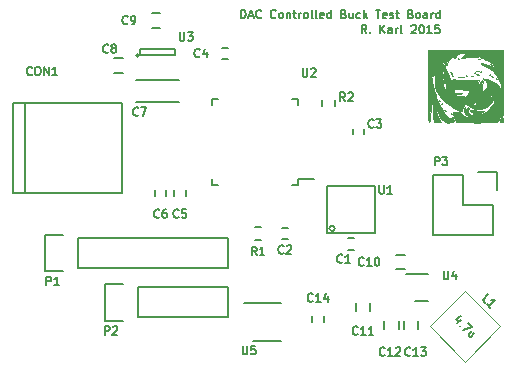
<source format=gto>
G04 #@! TF.FileFunction,Legend,Top*
%FSLAX46Y46*%
G04 Gerber Fmt 4.6, Leading zero omitted, Abs format (unit mm)*
G04 Created by KiCad (PCBNEW (after 2015-mar-04 BZR unknown)-product) date Sat 21 Nov 2015 03:19:33 PM EST*
%MOMM*%
G01*
G04 APERTURE LIST*
%ADD10C,0.150000*%
%ADD11C,0.100000*%
%ADD12C,0.002540*%
G04 APERTURE END LIST*
D10*
X174281667Y-80961667D02*
X174048333Y-80628333D01*
X173881667Y-80961667D02*
X173881667Y-80261667D01*
X174148333Y-80261667D01*
X174215000Y-80295000D01*
X174248333Y-80328333D01*
X174281667Y-80395000D01*
X174281667Y-80495000D01*
X174248333Y-80561667D01*
X174215000Y-80595000D01*
X174148333Y-80628333D01*
X173881667Y-80628333D01*
X174581667Y-80895000D02*
X174615000Y-80928333D01*
X174581667Y-80961667D01*
X174548333Y-80928333D01*
X174581667Y-80895000D01*
X174581667Y-80961667D01*
X175448333Y-80961667D02*
X175448333Y-80261667D01*
X175848333Y-80961667D02*
X175548333Y-80561667D01*
X175848333Y-80261667D02*
X175448333Y-80661667D01*
X176448333Y-80961667D02*
X176448333Y-80595000D01*
X176414999Y-80528333D01*
X176348333Y-80495000D01*
X176214999Y-80495000D01*
X176148333Y-80528333D01*
X176448333Y-80928333D02*
X176381666Y-80961667D01*
X176214999Y-80961667D01*
X176148333Y-80928333D01*
X176114999Y-80861667D01*
X176114999Y-80795000D01*
X176148333Y-80728333D01*
X176214999Y-80695000D01*
X176381666Y-80695000D01*
X176448333Y-80661667D01*
X176781666Y-80961667D02*
X176781666Y-80495000D01*
X176781666Y-80628333D02*
X176814999Y-80561667D01*
X176848332Y-80528333D01*
X176914999Y-80495000D01*
X176981666Y-80495000D01*
X177314999Y-80961667D02*
X177248332Y-80928333D01*
X177214999Y-80861667D01*
X177214999Y-80261667D01*
X178081665Y-80328333D02*
X178114999Y-80295000D01*
X178181665Y-80261667D01*
X178348332Y-80261667D01*
X178414999Y-80295000D01*
X178448332Y-80328333D01*
X178481665Y-80395000D01*
X178481665Y-80461667D01*
X178448332Y-80561667D01*
X178048332Y-80961667D01*
X178481665Y-80961667D01*
X178914999Y-80261667D02*
X178981666Y-80261667D01*
X179048332Y-80295000D01*
X179081666Y-80328333D01*
X179114999Y-80395000D01*
X179148332Y-80528333D01*
X179148332Y-80695000D01*
X179114999Y-80828333D01*
X179081666Y-80895000D01*
X179048332Y-80928333D01*
X178981666Y-80961667D01*
X178914999Y-80961667D01*
X178848332Y-80928333D01*
X178814999Y-80895000D01*
X178781666Y-80828333D01*
X178748332Y-80695000D01*
X178748332Y-80528333D01*
X178781666Y-80395000D01*
X178814999Y-80328333D01*
X178848332Y-80295000D01*
X178914999Y-80261667D01*
X179814999Y-80961667D02*
X179414999Y-80961667D01*
X179614999Y-80961667D02*
X179614999Y-80261667D01*
X179548333Y-80361667D01*
X179481666Y-80428333D01*
X179414999Y-80461667D01*
X180448333Y-80261667D02*
X180115000Y-80261667D01*
X180081666Y-80595000D01*
X180115000Y-80561667D01*
X180181666Y-80528333D01*
X180348333Y-80528333D01*
X180415000Y-80561667D01*
X180448333Y-80595000D01*
X180481666Y-80661667D01*
X180481666Y-80828333D01*
X180448333Y-80895000D01*
X180415000Y-80928333D01*
X180348333Y-80961667D01*
X180181666Y-80961667D01*
X180115000Y-80928333D01*
X180081666Y-80895000D01*
X163668336Y-79691667D02*
X163668336Y-78991667D01*
X163835002Y-78991667D01*
X163935002Y-79025000D01*
X164001669Y-79091667D01*
X164035002Y-79158333D01*
X164068336Y-79291667D01*
X164068336Y-79391667D01*
X164035002Y-79525000D01*
X164001669Y-79591667D01*
X163935002Y-79658333D01*
X163835002Y-79691667D01*
X163668336Y-79691667D01*
X164335002Y-79491667D02*
X164668336Y-79491667D01*
X164268336Y-79691667D02*
X164501669Y-78991667D01*
X164735002Y-79691667D01*
X165368336Y-79625000D02*
X165335002Y-79658333D01*
X165235002Y-79691667D01*
X165168336Y-79691667D01*
X165068336Y-79658333D01*
X165001669Y-79591667D01*
X164968336Y-79525000D01*
X164935002Y-79391667D01*
X164935002Y-79291667D01*
X164968336Y-79158333D01*
X165001669Y-79091667D01*
X165068336Y-79025000D01*
X165168336Y-78991667D01*
X165235002Y-78991667D01*
X165335002Y-79025000D01*
X165368336Y-79058333D01*
X166601669Y-79625000D02*
X166568335Y-79658333D01*
X166468335Y-79691667D01*
X166401669Y-79691667D01*
X166301669Y-79658333D01*
X166235002Y-79591667D01*
X166201669Y-79525000D01*
X166168335Y-79391667D01*
X166168335Y-79291667D01*
X166201669Y-79158333D01*
X166235002Y-79091667D01*
X166301669Y-79025000D01*
X166401669Y-78991667D01*
X166468335Y-78991667D01*
X166568335Y-79025000D01*
X166601669Y-79058333D01*
X167001669Y-79691667D02*
X166935002Y-79658333D01*
X166901669Y-79625000D01*
X166868335Y-79558333D01*
X166868335Y-79358333D01*
X166901669Y-79291667D01*
X166935002Y-79258333D01*
X167001669Y-79225000D01*
X167101669Y-79225000D01*
X167168335Y-79258333D01*
X167201669Y-79291667D01*
X167235002Y-79358333D01*
X167235002Y-79558333D01*
X167201669Y-79625000D01*
X167168335Y-79658333D01*
X167101669Y-79691667D01*
X167001669Y-79691667D01*
X167535002Y-79225000D02*
X167535002Y-79691667D01*
X167535002Y-79291667D02*
X167568335Y-79258333D01*
X167635002Y-79225000D01*
X167735002Y-79225000D01*
X167801668Y-79258333D01*
X167835002Y-79325000D01*
X167835002Y-79691667D01*
X168068335Y-79225000D02*
X168335001Y-79225000D01*
X168168335Y-78991667D02*
X168168335Y-79591667D01*
X168201668Y-79658333D01*
X168268335Y-79691667D01*
X168335001Y-79691667D01*
X168568335Y-79691667D02*
X168568335Y-79225000D01*
X168568335Y-79358333D02*
X168601668Y-79291667D01*
X168635001Y-79258333D01*
X168701668Y-79225000D01*
X168768335Y-79225000D01*
X169101668Y-79691667D02*
X169035001Y-79658333D01*
X169001668Y-79625000D01*
X168968334Y-79558333D01*
X168968334Y-79358333D01*
X169001668Y-79291667D01*
X169035001Y-79258333D01*
X169101668Y-79225000D01*
X169201668Y-79225000D01*
X169268334Y-79258333D01*
X169301668Y-79291667D01*
X169335001Y-79358333D01*
X169335001Y-79558333D01*
X169301668Y-79625000D01*
X169268334Y-79658333D01*
X169201668Y-79691667D01*
X169101668Y-79691667D01*
X169735001Y-79691667D02*
X169668334Y-79658333D01*
X169635001Y-79591667D01*
X169635001Y-78991667D01*
X170101668Y-79691667D02*
X170035001Y-79658333D01*
X170001668Y-79591667D01*
X170001668Y-78991667D01*
X170635001Y-79658333D02*
X170568335Y-79691667D01*
X170435001Y-79691667D01*
X170368335Y-79658333D01*
X170335001Y-79591667D01*
X170335001Y-79325000D01*
X170368335Y-79258333D01*
X170435001Y-79225000D01*
X170568335Y-79225000D01*
X170635001Y-79258333D01*
X170668335Y-79325000D01*
X170668335Y-79391667D01*
X170335001Y-79458333D01*
X171268335Y-79691667D02*
X171268335Y-78991667D01*
X171268335Y-79658333D02*
X171201668Y-79691667D01*
X171068335Y-79691667D01*
X171001668Y-79658333D01*
X170968335Y-79625000D01*
X170935001Y-79558333D01*
X170935001Y-79358333D01*
X170968335Y-79291667D01*
X171001668Y-79258333D01*
X171068335Y-79225000D01*
X171201668Y-79225000D01*
X171268335Y-79258333D01*
X172368334Y-79325000D02*
X172468334Y-79358333D01*
X172501667Y-79391667D01*
X172535001Y-79458333D01*
X172535001Y-79558333D01*
X172501667Y-79625000D01*
X172468334Y-79658333D01*
X172401667Y-79691667D01*
X172135001Y-79691667D01*
X172135001Y-78991667D01*
X172368334Y-78991667D01*
X172435001Y-79025000D01*
X172468334Y-79058333D01*
X172501667Y-79125000D01*
X172501667Y-79191667D01*
X172468334Y-79258333D01*
X172435001Y-79291667D01*
X172368334Y-79325000D01*
X172135001Y-79325000D01*
X173135001Y-79225000D02*
X173135001Y-79691667D01*
X172835001Y-79225000D02*
X172835001Y-79591667D01*
X172868334Y-79658333D01*
X172935001Y-79691667D01*
X173035001Y-79691667D01*
X173101667Y-79658333D01*
X173135001Y-79625000D01*
X173768334Y-79658333D02*
X173701667Y-79691667D01*
X173568334Y-79691667D01*
X173501667Y-79658333D01*
X173468334Y-79625000D01*
X173435000Y-79558333D01*
X173435000Y-79358333D01*
X173468334Y-79291667D01*
X173501667Y-79258333D01*
X173568334Y-79225000D01*
X173701667Y-79225000D01*
X173768334Y-79258333D01*
X174068334Y-79691667D02*
X174068334Y-78991667D01*
X174135000Y-79425000D02*
X174335000Y-79691667D01*
X174335000Y-79225000D02*
X174068334Y-79491667D01*
X175068334Y-78991667D02*
X175468334Y-78991667D01*
X175268334Y-79691667D02*
X175268334Y-78991667D01*
X175968333Y-79658333D02*
X175901667Y-79691667D01*
X175768333Y-79691667D01*
X175701667Y-79658333D01*
X175668333Y-79591667D01*
X175668333Y-79325000D01*
X175701667Y-79258333D01*
X175768333Y-79225000D01*
X175901667Y-79225000D01*
X175968333Y-79258333D01*
X176001667Y-79325000D01*
X176001667Y-79391667D01*
X175668333Y-79458333D01*
X176268333Y-79658333D02*
X176335000Y-79691667D01*
X176468333Y-79691667D01*
X176535000Y-79658333D01*
X176568333Y-79591667D01*
X176568333Y-79558333D01*
X176535000Y-79491667D01*
X176468333Y-79458333D01*
X176368333Y-79458333D01*
X176301667Y-79425000D01*
X176268333Y-79358333D01*
X176268333Y-79325000D01*
X176301667Y-79258333D01*
X176368333Y-79225000D01*
X176468333Y-79225000D01*
X176535000Y-79258333D01*
X176768334Y-79225000D02*
X177035000Y-79225000D01*
X176868334Y-78991667D02*
X176868334Y-79591667D01*
X176901667Y-79658333D01*
X176968334Y-79691667D01*
X177035000Y-79691667D01*
X178035000Y-79325000D02*
X178135000Y-79358333D01*
X178168333Y-79391667D01*
X178201667Y-79458333D01*
X178201667Y-79558333D01*
X178168333Y-79625000D01*
X178135000Y-79658333D01*
X178068333Y-79691667D01*
X177801667Y-79691667D01*
X177801667Y-78991667D01*
X178035000Y-78991667D01*
X178101667Y-79025000D01*
X178135000Y-79058333D01*
X178168333Y-79125000D01*
X178168333Y-79191667D01*
X178135000Y-79258333D01*
X178101667Y-79291667D01*
X178035000Y-79325000D01*
X177801667Y-79325000D01*
X178601667Y-79691667D02*
X178535000Y-79658333D01*
X178501667Y-79625000D01*
X178468333Y-79558333D01*
X178468333Y-79358333D01*
X178501667Y-79291667D01*
X178535000Y-79258333D01*
X178601667Y-79225000D01*
X178701667Y-79225000D01*
X178768333Y-79258333D01*
X178801667Y-79291667D01*
X178835000Y-79358333D01*
X178835000Y-79558333D01*
X178801667Y-79625000D01*
X178768333Y-79658333D01*
X178701667Y-79691667D01*
X178601667Y-79691667D01*
X179435000Y-79691667D02*
X179435000Y-79325000D01*
X179401666Y-79258333D01*
X179335000Y-79225000D01*
X179201666Y-79225000D01*
X179135000Y-79258333D01*
X179435000Y-79658333D02*
X179368333Y-79691667D01*
X179201666Y-79691667D01*
X179135000Y-79658333D01*
X179101666Y-79591667D01*
X179101666Y-79525000D01*
X179135000Y-79458333D01*
X179201666Y-79425000D01*
X179368333Y-79425000D01*
X179435000Y-79391667D01*
X179768333Y-79691667D02*
X179768333Y-79225000D01*
X179768333Y-79358333D02*
X179801666Y-79291667D01*
X179834999Y-79258333D01*
X179901666Y-79225000D01*
X179968333Y-79225000D01*
X180501666Y-79691667D02*
X180501666Y-78991667D01*
X180501666Y-79658333D02*
X180434999Y-79691667D01*
X180301666Y-79691667D01*
X180234999Y-79658333D01*
X180201666Y-79625000D01*
X180168332Y-79558333D01*
X180168332Y-79358333D01*
X180201666Y-79291667D01*
X180234999Y-79258333D01*
X180301666Y-79225000D01*
X180434999Y-79225000D01*
X180501666Y-79258333D01*
X145371820Y-86827360D02*
X145371820Y-94528640D01*
X144371060Y-86827360D02*
X144371060Y-94528640D01*
X144371060Y-94528640D02*
X153570940Y-94528640D01*
X153570940Y-94528640D02*
X153570940Y-86827360D01*
X153570940Y-86827360D02*
X144371060Y-86827360D01*
X173224000Y-98331000D02*
X172724000Y-98331000D01*
X172724000Y-99281000D02*
X173224000Y-99281000D01*
X167136000Y-98392000D02*
X167636000Y-98392000D01*
X167636000Y-97442000D02*
X167136000Y-97442000D01*
X174084000Y-89531000D02*
X174084000Y-89031000D01*
X173134000Y-89031000D02*
X173134000Y-89531000D01*
X162556000Y-82202000D02*
X162056000Y-82202000D01*
X162056000Y-83152000D02*
X162556000Y-83152000D01*
X158021000Y-94238000D02*
X158021000Y-94738000D01*
X158971000Y-94738000D02*
X158971000Y-94238000D01*
X156370000Y-94238000D02*
X156370000Y-94738000D01*
X157320000Y-94738000D02*
X157320000Y-94238000D01*
X158445000Y-86752000D02*
X154745000Y-86752000D01*
X158445000Y-84952000D02*
X154745000Y-84952000D01*
X153639000Y-84293000D02*
X152939000Y-84293000D01*
X152939000Y-83093000D02*
X153639000Y-83093000D01*
X156114000Y-79283000D02*
X156814000Y-79283000D01*
X156814000Y-80483000D02*
X156114000Y-80483000D01*
X149860000Y-98298000D02*
X162560000Y-98298000D01*
X162560000Y-98298000D02*
X162560000Y-100838000D01*
X162560000Y-100838000D02*
X149860000Y-100838000D01*
X147040000Y-98018000D02*
X148590000Y-98018000D01*
X149860000Y-98298000D02*
X149860000Y-100838000D01*
X148590000Y-101118000D02*
X147040000Y-101118000D01*
X147040000Y-101118000D02*
X147040000Y-98018000D01*
X165350000Y-97392000D02*
X164850000Y-97392000D01*
X164850000Y-98442000D02*
X165350000Y-98442000D01*
X171597607Y-97485000D02*
G75*
G03X171597607Y-97485000I-223607J0D01*
G01*
X170974000Y-93885000D02*
X170974000Y-97885000D01*
X170974000Y-97885000D02*
X174974000Y-97885000D01*
X174974000Y-97885000D02*
X174974000Y-93885000D01*
X174974000Y-93885000D02*
X170974000Y-93885000D01*
X168471000Y-93795000D02*
X168471000Y-93270000D01*
X161221000Y-93795000D02*
X161221000Y-93270000D01*
X161221000Y-86545000D02*
X161221000Y-87070000D01*
X168471000Y-86545000D02*
X168471000Y-87070000D01*
X168471000Y-93795000D02*
X167946000Y-93795000D01*
X168471000Y-86545000D02*
X167946000Y-86545000D01*
X161221000Y-86545000D02*
X161746000Y-86545000D01*
X161221000Y-93795000D02*
X161746000Y-93795000D01*
X168471000Y-93270000D02*
X169846000Y-93270000D01*
X154991000Y-82850000D02*
G75*
G03X154991000Y-82850000I-100000J0D01*
G01*
X155141000Y-82300000D02*
X155141000Y-82800000D01*
X158041000Y-82300000D02*
X155141000Y-82300000D01*
X158041000Y-82800000D02*
X158041000Y-82300000D01*
X155141000Y-82800000D02*
X158041000Y-82800000D01*
X176815000Y-99730000D02*
X177515000Y-99730000D01*
X177515000Y-100930000D02*
X176815000Y-100930000D01*
X174590000Y-103790000D02*
X174590000Y-104490000D01*
X173390000Y-104490000D02*
X173390000Y-103790000D01*
X175803000Y-106014000D02*
X175803000Y-105314000D01*
X177003000Y-105314000D02*
X177003000Y-106014000D01*
X177454000Y-106014000D02*
X177454000Y-105314000D01*
X178654000Y-105314000D02*
X178654000Y-106014000D01*
X170655000Y-105406000D02*
X170655000Y-104906000D01*
X169705000Y-104906000D02*
X169705000Y-105406000D01*
D11*
X179656152Y-105791000D02*
X182626000Y-108760848D01*
X182626000Y-108760848D02*
X185595848Y-105791000D01*
X185595848Y-105791000D02*
X182626000Y-102821152D01*
X182626000Y-102821152D02*
X179656152Y-105791000D01*
D10*
X154940000Y-105029000D02*
X162560000Y-105029000D01*
X154940000Y-102489000D02*
X162560000Y-102489000D01*
X152120000Y-102209000D02*
X153670000Y-102209000D01*
X162560000Y-105029000D02*
X162560000Y-102489000D01*
X154940000Y-102489000D02*
X154940000Y-105029000D01*
X153670000Y-105309000D02*
X152120000Y-105309000D01*
X152120000Y-105309000D02*
X152120000Y-102209000D01*
X170544000Y-86618000D02*
X170544000Y-87118000D01*
X171594000Y-87118000D02*
X171594000Y-86618000D01*
X178368000Y-103614000D02*
X179518000Y-103614000D01*
X177593000Y-101364000D02*
X179518000Y-101364000D01*
X164637000Y-107060000D02*
X167087000Y-107060000D01*
X163912000Y-103760000D02*
X167087000Y-103760000D01*
X183769000Y-92684000D02*
X185319000Y-92684000D01*
X185319000Y-94234000D02*
X185319000Y-92684000D01*
X182499000Y-92964000D02*
X182499000Y-95504000D01*
X182499000Y-95504000D02*
X185039000Y-95504000D01*
X185039000Y-95504000D02*
X185039000Y-98044000D01*
X185039000Y-98044000D02*
X179959000Y-98044000D01*
X179959000Y-98044000D02*
X179959000Y-92964000D01*
X179959000Y-92964000D02*
X182499000Y-92964000D01*
D12*
G36*
X185844180Y-87858600D02*
X185582560Y-88188800D01*
X185320940Y-88519000D01*
X184650380Y-88519000D01*
X184337960Y-88508840D01*
X184101740Y-88488520D01*
X183987440Y-88458040D01*
X183979820Y-88450420D01*
X183934100Y-88336120D01*
X183852820Y-88216740D01*
X183812180Y-88165940D01*
X183812180Y-87967820D01*
X183769000Y-87924640D01*
X183725820Y-87967820D01*
X183769000Y-88011000D01*
X183812180Y-87967820D01*
X183812180Y-88165940D01*
X183769000Y-88115140D01*
X183761380Y-88145620D01*
X183809640Y-88287860D01*
X183893460Y-88524080D01*
X182872380Y-88498680D01*
X181851300Y-88475820D01*
X181691280Y-88023700D01*
X181607460Y-87769700D01*
X181584600Y-87640160D01*
X181620160Y-87609680D01*
X181663340Y-87619840D01*
X181836060Y-87655400D01*
X182072280Y-87670640D01*
X182077360Y-87670640D01*
X182300880Y-87703660D01*
X182407560Y-87820500D01*
X182412640Y-87835740D01*
X182539640Y-88011000D01*
X182737760Y-88061800D01*
X182951120Y-87975440D01*
X182979060Y-87955120D01*
X183134000Y-87858600D01*
X183354980Y-87820500D01*
X183629300Y-87823040D01*
X184071260Y-87790020D01*
X184426860Y-87655400D01*
X184673240Y-87426800D01*
X184736740Y-87302340D01*
X184845960Y-87127080D01*
X184947560Y-87050880D01*
X185054240Y-86931500D01*
X185072020Y-86728300D01*
X185000900Y-86504780D01*
X184957720Y-86438740D01*
X184856120Y-86220300D01*
X184828180Y-86062820D01*
X184792620Y-85844380D01*
X184736740Y-85725000D01*
X184691020Y-85686900D01*
X184688480Y-85798660D01*
X184708800Y-85935820D01*
X184739280Y-86144100D01*
X184718960Y-86217760D01*
X184645300Y-86189820D01*
X184612280Y-86177120D01*
X184693560Y-86255860D01*
X184716420Y-86276180D01*
X184891680Y-86512400D01*
X184899300Y-86753700D01*
X184807860Y-86893400D01*
X184807860Y-86525100D01*
X184797700Y-86514940D01*
X184749440Y-86525100D01*
X184741820Y-86570820D01*
X184772300Y-86639400D01*
X184797700Y-86626700D01*
X184807860Y-86525100D01*
X184807860Y-86893400D01*
X184741820Y-86995000D01*
X184558940Y-87139780D01*
X184231280Y-87294720D01*
X183865520Y-87370920D01*
X183642000Y-87368380D01*
X183642000Y-87205820D01*
X183642000Y-86913720D01*
X183570880Y-86840060D01*
X183471820Y-86824820D01*
X183324500Y-86868000D01*
X183321960Y-86974680D01*
X183365140Y-87028020D01*
X183441340Y-87028020D01*
X183456580Y-86997540D01*
X183535320Y-86944200D01*
X183563260Y-86956900D01*
X183636920Y-86941660D01*
X183642000Y-86913720D01*
X183642000Y-87205820D01*
X183598820Y-87162640D01*
X183558180Y-87205820D01*
X183598820Y-87249000D01*
X183642000Y-87205820D01*
X183642000Y-87368380D01*
X183512460Y-87368380D01*
X183233060Y-87282020D01*
X183159400Y-87228680D01*
X182979060Y-87109300D01*
X182979060Y-85935820D01*
X182976520Y-85852000D01*
X182874920Y-85806280D01*
X182852060Y-85801200D01*
X182613300Y-85750400D01*
X182323740Y-85712300D01*
X182021480Y-85684360D01*
X181752240Y-85674200D01*
X181556660Y-85681820D01*
X181477920Y-85709760D01*
X181477920Y-85717380D01*
X181604920Y-85801200D01*
X181653180Y-85808820D01*
X181737000Y-85864700D01*
X181731920Y-85915500D01*
X181752240Y-85984080D01*
X181897020Y-86001860D01*
X182031640Y-85991700D01*
X182275480Y-85991700D01*
X182369460Y-86050120D01*
X182372000Y-86062820D01*
X182300880Y-86131400D01*
X182130700Y-86121240D01*
X181945280Y-86111080D01*
X181891940Y-86182200D01*
X181955440Y-86258400D01*
X182031640Y-86255860D01*
X182206900Y-86253320D01*
X182443120Y-86291420D01*
X182463440Y-86296500D01*
X182664100Y-86334600D01*
X182783480Y-86283800D01*
X182892700Y-86113620D01*
X182892700Y-86111080D01*
X182979060Y-85935820D01*
X182979060Y-87109300D01*
X182890160Y-87053420D01*
X182608220Y-86974680D01*
X182415180Y-87000080D01*
X182295800Y-87050880D01*
X182333900Y-87068660D01*
X182410100Y-87071200D01*
X182519320Y-87096600D01*
X182476140Y-87177880D01*
X182473600Y-87180420D01*
X182384700Y-87350600D01*
X182372000Y-87434420D01*
X182354220Y-87561420D01*
X182331360Y-87586820D01*
X182189120Y-87548720D01*
X181965600Y-87449660D01*
X181711600Y-87320120D01*
X181485540Y-87188040D01*
X181333140Y-87078820D01*
X181302660Y-87040720D01*
X181206140Y-86926420D01*
X181152800Y-86908640D01*
X181015640Y-86842600D01*
X180997860Y-86824820D01*
X180997860Y-85267800D01*
X180992780Y-84818220D01*
X180944520Y-84477860D01*
X180858160Y-84264500D01*
X180754020Y-84201000D01*
X180700680Y-84259420D01*
X180685440Y-84447380D01*
X180705760Y-84729320D01*
X180743860Y-85021420D01*
X180797200Y-85331300D01*
X180858160Y-85608160D01*
X180914040Y-85811360D01*
X180957220Y-85892640D01*
X180967380Y-85816440D01*
X180982620Y-85610700D01*
X180995320Y-85318600D01*
X180997860Y-85267800D01*
X180997860Y-86824820D01*
X180822600Y-86672420D01*
X180609240Y-86436200D01*
X180406040Y-86174580D01*
X180251100Y-85923120D01*
X180207920Y-85826600D01*
X180124100Y-85471000D01*
X180098700Y-85023960D01*
X180124100Y-84538820D01*
X180200300Y-84066380D01*
X180317140Y-83662520D01*
X180449220Y-83403440D01*
X180512720Y-83339940D01*
X180578760Y-83350100D01*
X180675280Y-83454240D01*
X180817520Y-83672680D01*
X180929280Y-83858100D01*
X181122320Y-84208620D01*
X181287420Y-84569300D01*
X181396640Y-84871560D01*
X181404260Y-84904580D01*
X181465220Y-85138260D01*
X181498240Y-85219540D01*
X181513480Y-85161120D01*
X181518560Y-85064600D01*
X181533800Y-84881720D01*
X181589680Y-84833460D01*
X181688740Y-84874100D01*
X181851300Y-84912200D01*
X182153560Y-84929980D01*
X182565040Y-84932520D01*
X182829200Y-84924900D01*
X183804560Y-84889340D01*
X183753760Y-85135720D01*
X183733440Y-85328760D01*
X183769000Y-85369400D01*
X183862980Y-85255100D01*
X183984900Y-85039200D01*
X184114440Y-84808060D01*
X184183020Y-84736940D01*
X184195720Y-84825840D01*
X184150000Y-85074760D01*
X184147460Y-85090000D01*
X184094120Y-85369400D01*
X184068720Y-85620860D01*
X184066180Y-85651340D01*
X184078880Y-85806280D01*
X184155080Y-85829140D01*
X184277000Y-85778340D01*
X184426860Y-85666580D01*
X184482740Y-85483700D01*
X184487820Y-85382100D01*
X184459880Y-85150960D01*
X184396380Y-84988400D01*
X184386220Y-84978240D01*
X184327800Y-84886800D01*
X184343040Y-84866480D01*
X184520840Y-84851240D01*
X184691020Y-84891880D01*
X184917080Y-85003640D01*
X184995820Y-85049360D01*
X185237120Y-85211920D01*
X185417460Y-85382100D01*
X185470800Y-85455760D01*
X185585100Y-85651340D01*
X185646060Y-85686900D01*
X185658760Y-85559900D01*
X185638440Y-85384640D01*
X185511440Y-84950300D01*
X185285380Y-84528660D01*
X184990740Y-84157820D01*
X184658000Y-83880960D01*
X184325260Y-83736180D01*
X184109360Y-83657440D01*
X183992520Y-83558380D01*
X184002680Y-83472020D01*
X184096660Y-83482180D01*
X184294780Y-83548220D01*
X184533540Y-83647280D01*
X184790080Y-83753960D01*
X184978040Y-83820000D01*
X185054240Y-83832700D01*
X185056780Y-83731100D01*
X184993280Y-83599020D01*
X184904380Y-83522820D01*
X184896760Y-83522820D01*
X184858660Y-83576160D01*
X184876440Y-83619340D01*
X184886600Y-83677760D01*
X184838340Y-83657440D01*
X184777380Y-83555840D01*
X184787540Y-83517740D01*
X184754520Y-83433920D01*
X184617360Y-83314540D01*
X184431940Y-83197700D01*
X184246520Y-83116420D01*
X184155080Y-83098640D01*
X184005220Y-83047840D01*
X183865520Y-82951320D01*
X183812180Y-82910680D01*
X183812180Y-82633820D01*
X183766460Y-82519520D01*
X183728360Y-82506820D01*
X183682640Y-82567780D01*
X183695340Y-82633820D01*
X183756300Y-82745580D01*
X183776620Y-82760820D01*
X183807100Y-82692240D01*
X183812180Y-82633820D01*
X183812180Y-82910680D01*
X183763920Y-82875120D01*
X183756300Y-82903060D01*
X183748680Y-82966560D01*
X183606440Y-82969100D01*
X183527700Y-82958940D01*
X183273700Y-82948780D01*
X182953660Y-82979260D01*
X182793640Y-83007200D01*
X182539640Y-83055460D01*
X182366920Y-83078320D01*
X182318660Y-83073240D01*
X182349140Y-82999580D01*
X182460900Y-82859880D01*
X182465980Y-82854800D01*
X182587900Y-82699860D01*
X182577740Y-82626200D01*
X182427880Y-82623660D01*
X182209440Y-82664300D01*
X181823360Y-82796380D01*
X181488080Y-82989420D01*
X181241700Y-83220560D01*
X181129940Y-83441540D01*
X181068980Y-83614260D01*
X180995320Y-83693000D01*
X180939440Y-83654900D01*
X180929280Y-83586320D01*
X180865780Y-83464400D01*
X180718460Y-83329780D01*
X180576220Y-83235800D01*
X180484780Y-83248500D01*
X180385720Y-83383120D01*
X180352700Y-83433920D01*
X180243480Y-83667600D01*
X180134260Y-83980020D01*
X180086000Y-84157820D01*
X180012340Y-84409280D01*
X179943760Y-84579460D01*
X179903120Y-84622640D01*
X179834540Y-84556600D01*
X179832000Y-84523580D01*
X179801520Y-84465160D01*
X179781200Y-84475320D01*
X179773580Y-84579460D01*
X179804060Y-84800440D01*
X179862480Y-85097620D01*
X179938680Y-85422740D01*
X180025040Y-85732620D01*
X180108860Y-85984080D01*
X180124100Y-86024720D01*
X180190140Y-86220300D01*
X180202840Y-86337140D01*
X180197760Y-86344760D01*
X180207920Y-86443820D01*
X180291740Y-86647020D01*
X180426360Y-86916260D01*
X180596540Y-87215980D01*
X180776880Y-87510620D01*
X180947060Y-87764620D01*
X181086760Y-87939880D01*
X181119780Y-87970360D01*
X181300120Y-88102440D01*
X181419500Y-88125300D01*
X181508400Y-88074500D01*
X181597300Y-88021160D01*
X181582060Y-88066880D01*
X181576980Y-88188800D01*
X181607460Y-88219280D01*
X181686200Y-88343740D01*
X181693820Y-88394540D01*
X181622700Y-88475820D01*
X181442360Y-88519000D01*
X181213760Y-88524080D01*
X180995320Y-88493600D01*
X180845460Y-88425020D01*
X180814980Y-88384380D01*
X180733700Y-88295480D01*
X180687980Y-88300560D01*
X180616860Y-88254840D01*
X180512720Y-88087200D01*
X180413660Y-87876380D01*
X180306980Y-87642700D01*
X180225700Y-87508080D01*
X180187600Y-87492840D01*
X180202840Y-87614760D01*
X180279040Y-87833200D01*
X180370480Y-88051640D01*
X180583840Y-88519000D01*
X180296820Y-88519000D01*
X180119020Y-88506300D01*
X180025040Y-88440260D01*
X179976780Y-88272620D01*
X179956460Y-88145620D01*
X179928520Y-87835740D01*
X179923440Y-87469980D01*
X179928520Y-87297260D01*
X179933600Y-87020400D01*
X179905660Y-86870540D01*
X179875180Y-86852760D01*
X179834540Y-86870540D01*
X179806600Y-86911180D01*
X179783740Y-87010240D01*
X179760880Y-87188040D01*
X179732940Y-87482680D01*
X179702460Y-87861140D01*
X179666900Y-88171020D01*
X179623720Y-88402160D01*
X179580540Y-88513920D01*
X179570380Y-88519000D01*
X179550060Y-88435180D01*
X179534820Y-88198960D01*
X179519580Y-87823040D01*
X179506880Y-87320120D01*
X179499260Y-86710520D01*
X179494180Y-86001860D01*
X179494180Y-85471000D01*
X179494180Y-82423000D01*
X182669180Y-82423000D01*
X185844180Y-82423000D01*
X185844180Y-85140800D01*
X185844180Y-87858600D01*
X185844180Y-87858600D01*
X185844180Y-87858600D01*
G37*
X185844180Y-87858600D02*
X185582560Y-88188800D01*
X185320940Y-88519000D01*
X184650380Y-88519000D01*
X184337960Y-88508840D01*
X184101740Y-88488520D01*
X183987440Y-88458040D01*
X183979820Y-88450420D01*
X183934100Y-88336120D01*
X183852820Y-88216740D01*
X183812180Y-88165940D01*
X183812180Y-87967820D01*
X183769000Y-87924640D01*
X183725820Y-87967820D01*
X183769000Y-88011000D01*
X183812180Y-87967820D01*
X183812180Y-88165940D01*
X183769000Y-88115140D01*
X183761380Y-88145620D01*
X183809640Y-88287860D01*
X183893460Y-88524080D01*
X182872380Y-88498680D01*
X181851300Y-88475820D01*
X181691280Y-88023700D01*
X181607460Y-87769700D01*
X181584600Y-87640160D01*
X181620160Y-87609680D01*
X181663340Y-87619840D01*
X181836060Y-87655400D01*
X182072280Y-87670640D01*
X182077360Y-87670640D01*
X182300880Y-87703660D01*
X182407560Y-87820500D01*
X182412640Y-87835740D01*
X182539640Y-88011000D01*
X182737760Y-88061800D01*
X182951120Y-87975440D01*
X182979060Y-87955120D01*
X183134000Y-87858600D01*
X183354980Y-87820500D01*
X183629300Y-87823040D01*
X184071260Y-87790020D01*
X184426860Y-87655400D01*
X184673240Y-87426800D01*
X184736740Y-87302340D01*
X184845960Y-87127080D01*
X184947560Y-87050880D01*
X185054240Y-86931500D01*
X185072020Y-86728300D01*
X185000900Y-86504780D01*
X184957720Y-86438740D01*
X184856120Y-86220300D01*
X184828180Y-86062820D01*
X184792620Y-85844380D01*
X184736740Y-85725000D01*
X184691020Y-85686900D01*
X184688480Y-85798660D01*
X184708800Y-85935820D01*
X184739280Y-86144100D01*
X184718960Y-86217760D01*
X184645300Y-86189820D01*
X184612280Y-86177120D01*
X184693560Y-86255860D01*
X184716420Y-86276180D01*
X184891680Y-86512400D01*
X184899300Y-86753700D01*
X184807860Y-86893400D01*
X184807860Y-86525100D01*
X184797700Y-86514940D01*
X184749440Y-86525100D01*
X184741820Y-86570820D01*
X184772300Y-86639400D01*
X184797700Y-86626700D01*
X184807860Y-86525100D01*
X184807860Y-86893400D01*
X184741820Y-86995000D01*
X184558940Y-87139780D01*
X184231280Y-87294720D01*
X183865520Y-87370920D01*
X183642000Y-87368380D01*
X183642000Y-87205820D01*
X183642000Y-86913720D01*
X183570880Y-86840060D01*
X183471820Y-86824820D01*
X183324500Y-86868000D01*
X183321960Y-86974680D01*
X183365140Y-87028020D01*
X183441340Y-87028020D01*
X183456580Y-86997540D01*
X183535320Y-86944200D01*
X183563260Y-86956900D01*
X183636920Y-86941660D01*
X183642000Y-86913720D01*
X183642000Y-87205820D01*
X183598820Y-87162640D01*
X183558180Y-87205820D01*
X183598820Y-87249000D01*
X183642000Y-87205820D01*
X183642000Y-87368380D01*
X183512460Y-87368380D01*
X183233060Y-87282020D01*
X183159400Y-87228680D01*
X182979060Y-87109300D01*
X182979060Y-85935820D01*
X182976520Y-85852000D01*
X182874920Y-85806280D01*
X182852060Y-85801200D01*
X182613300Y-85750400D01*
X182323740Y-85712300D01*
X182021480Y-85684360D01*
X181752240Y-85674200D01*
X181556660Y-85681820D01*
X181477920Y-85709760D01*
X181477920Y-85717380D01*
X181604920Y-85801200D01*
X181653180Y-85808820D01*
X181737000Y-85864700D01*
X181731920Y-85915500D01*
X181752240Y-85984080D01*
X181897020Y-86001860D01*
X182031640Y-85991700D01*
X182275480Y-85991700D01*
X182369460Y-86050120D01*
X182372000Y-86062820D01*
X182300880Y-86131400D01*
X182130700Y-86121240D01*
X181945280Y-86111080D01*
X181891940Y-86182200D01*
X181955440Y-86258400D01*
X182031640Y-86255860D01*
X182206900Y-86253320D01*
X182443120Y-86291420D01*
X182463440Y-86296500D01*
X182664100Y-86334600D01*
X182783480Y-86283800D01*
X182892700Y-86113620D01*
X182892700Y-86111080D01*
X182979060Y-85935820D01*
X182979060Y-87109300D01*
X182890160Y-87053420D01*
X182608220Y-86974680D01*
X182415180Y-87000080D01*
X182295800Y-87050880D01*
X182333900Y-87068660D01*
X182410100Y-87071200D01*
X182519320Y-87096600D01*
X182476140Y-87177880D01*
X182473600Y-87180420D01*
X182384700Y-87350600D01*
X182372000Y-87434420D01*
X182354220Y-87561420D01*
X182331360Y-87586820D01*
X182189120Y-87548720D01*
X181965600Y-87449660D01*
X181711600Y-87320120D01*
X181485540Y-87188040D01*
X181333140Y-87078820D01*
X181302660Y-87040720D01*
X181206140Y-86926420D01*
X181152800Y-86908640D01*
X181015640Y-86842600D01*
X180997860Y-86824820D01*
X180997860Y-85267800D01*
X180992780Y-84818220D01*
X180944520Y-84477860D01*
X180858160Y-84264500D01*
X180754020Y-84201000D01*
X180700680Y-84259420D01*
X180685440Y-84447380D01*
X180705760Y-84729320D01*
X180743860Y-85021420D01*
X180797200Y-85331300D01*
X180858160Y-85608160D01*
X180914040Y-85811360D01*
X180957220Y-85892640D01*
X180967380Y-85816440D01*
X180982620Y-85610700D01*
X180995320Y-85318600D01*
X180997860Y-85267800D01*
X180997860Y-86824820D01*
X180822600Y-86672420D01*
X180609240Y-86436200D01*
X180406040Y-86174580D01*
X180251100Y-85923120D01*
X180207920Y-85826600D01*
X180124100Y-85471000D01*
X180098700Y-85023960D01*
X180124100Y-84538820D01*
X180200300Y-84066380D01*
X180317140Y-83662520D01*
X180449220Y-83403440D01*
X180512720Y-83339940D01*
X180578760Y-83350100D01*
X180675280Y-83454240D01*
X180817520Y-83672680D01*
X180929280Y-83858100D01*
X181122320Y-84208620D01*
X181287420Y-84569300D01*
X181396640Y-84871560D01*
X181404260Y-84904580D01*
X181465220Y-85138260D01*
X181498240Y-85219540D01*
X181513480Y-85161120D01*
X181518560Y-85064600D01*
X181533800Y-84881720D01*
X181589680Y-84833460D01*
X181688740Y-84874100D01*
X181851300Y-84912200D01*
X182153560Y-84929980D01*
X182565040Y-84932520D01*
X182829200Y-84924900D01*
X183804560Y-84889340D01*
X183753760Y-85135720D01*
X183733440Y-85328760D01*
X183769000Y-85369400D01*
X183862980Y-85255100D01*
X183984900Y-85039200D01*
X184114440Y-84808060D01*
X184183020Y-84736940D01*
X184195720Y-84825840D01*
X184150000Y-85074760D01*
X184147460Y-85090000D01*
X184094120Y-85369400D01*
X184068720Y-85620860D01*
X184066180Y-85651340D01*
X184078880Y-85806280D01*
X184155080Y-85829140D01*
X184277000Y-85778340D01*
X184426860Y-85666580D01*
X184482740Y-85483700D01*
X184487820Y-85382100D01*
X184459880Y-85150960D01*
X184396380Y-84988400D01*
X184386220Y-84978240D01*
X184327800Y-84886800D01*
X184343040Y-84866480D01*
X184520840Y-84851240D01*
X184691020Y-84891880D01*
X184917080Y-85003640D01*
X184995820Y-85049360D01*
X185237120Y-85211920D01*
X185417460Y-85382100D01*
X185470800Y-85455760D01*
X185585100Y-85651340D01*
X185646060Y-85686900D01*
X185658760Y-85559900D01*
X185638440Y-85384640D01*
X185511440Y-84950300D01*
X185285380Y-84528660D01*
X184990740Y-84157820D01*
X184658000Y-83880960D01*
X184325260Y-83736180D01*
X184109360Y-83657440D01*
X183992520Y-83558380D01*
X184002680Y-83472020D01*
X184096660Y-83482180D01*
X184294780Y-83548220D01*
X184533540Y-83647280D01*
X184790080Y-83753960D01*
X184978040Y-83820000D01*
X185054240Y-83832700D01*
X185056780Y-83731100D01*
X184993280Y-83599020D01*
X184904380Y-83522820D01*
X184896760Y-83522820D01*
X184858660Y-83576160D01*
X184876440Y-83619340D01*
X184886600Y-83677760D01*
X184838340Y-83657440D01*
X184777380Y-83555840D01*
X184787540Y-83517740D01*
X184754520Y-83433920D01*
X184617360Y-83314540D01*
X184431940Y-83197700D01*
X184246520Y-83116420D01*
X184155080Y-83098640D01*
X184005220Y-83047840D01*
X183865520Y-82951320D01*
X183812180Y-82910680D01*
X183812180Y-82633820D01*
X183766460Y-82519520D01*
X183728360Y-82506820D01*
X183682640Y-82567780D01*
X183695340Y-82633820D01*
X183756300Y-82745580D01*
X183776620Y-82760820D01*
X183807100Y-82692240D01*
X183812180Y-82633820D01*
X183812180Y-82910680D01*
X183763920Y-82875120D01*
X183756300Y-82903060D01*
X183748680Y-82966560D01*
X183606440Y-82969100D01*
X183527700Y-82958940D01*
X183273700Y-82948780D01*
X182953660Y-82979260D01*
X182793640Y-83007200D01*
X182539640Y-83055460D01*
X182366920Y-83078320D01*
X182318660Y-83073240D01*
X182349140Y-82999580D01*
X182460900Y-82859880D01*
X182465980Y-82854800D01*
X182587900Y-82699860D01*
X182577740Y-82626200D01*
X182427880Y-82623660D01*
X182209440Y-82664300D01*
X181823360Y-82796380D01*
X181488080Y-82989420D01*
X181241700Y-83220560D01*
X181129940Y-83441540D01*
X181068980Y-83614260D01*
X180995320Y-83693000D01*
X180939440Y-83654900D01*
X180929280Y-83586320D01*
X180865780Y-83464400D01*
X180718460Y-83329780D01*
X180576220Y-83235800D01*
X180484780Y-83248500D01*
X180385720Y-83383120D01*
X180352700Y-83433920D01*
X180243480Y-83667600D01*
X180134260Y-83980020D01*
X180086000Y-84157820D01*
X180012340Y-84409280D01*
X179943760Y-84579460D01*
X179903120Y-84622640D01*
X179834540Y-84556600D01*
X179832000Y-84523580D01*
X179801520Y-84465160D01*
X179781200Y-84475320D01*
X179773580Y-84579460D01*
X179804060Y-84800440D01*
X179862480Y-85097620D01*
X179938680Y-85422740D01*
X180025040Y-85732620D01*
X180108860Y-85984080D01*
X180124100Y-86024720D01*
X180190140Y-86220300D01*
X180202840Y-86337140D01*
X180197760Y-86344760D01*
X180207920Y-86443820D01*
X180291740Y-86647020D01*
X180426360Y-86916260D01*
X180596540Y-87215980D01*
X180776880Y-87510620D01*
X180947060Y-87764620D01*
X181086760Y-87939880D01*
X181119780Y-87970360D01*
X181300120Y-88102440D01*
X181419500Y-88125300D01*
X181508400Y-88074500D01*
X181597300Y-88021160D01*
X181582060Y-88066880D01*
X181576980Y-88188800D01*
X181607460Y-88219280D01*
X181686200Y-88343740D01*
X181693820Y-88394540D01*
X181622700Y-88475820D01*
X181442360Y-88519000D01*
X181213760Y-88524080D01*
X180995320Y-88493600D01*
X180845460Y-88425020D01*
X180814980Y-88384380D01*
X180733700Y-88295480D01*
X180687980Y-88300560D01*
X180616860Y-88254840D01*
X180512720Y-88087200D01*
X180413660Y-87876380D01*
X180306980Y-87642700D01*
X180225700Y-87508080D01*
X180187600Y-87492840D01*
X180202840Y-87614760D01*
X180279040Y-87833200D01*
X180370480Y-88051640D01*
X180583840Y-88519000D01*
X180296820Y-88519000D01*
X180119020Y-88506300D01*
X180025040Y-88440260D01*
X179976780Y-88272620D01*
X179956460Y-88145620D01*
X179928520Y-87835740D01*
X179923440Y-87469980D01*
X179928520Y-87297260D01*
X179933600Y-87020400D01*
X179905660Y-86870540D01*
X179875180Y-86852760D01*
X179834540Y-86870540D01*
X179806600Y-86911180D01*
X179783740Y-87010240D01*
X179760880Y-87188040D01*
X179732940Y-87482680D01*
X179702460Y-87861140D01*
X179666900Y-88171020D01*
X179623720Y-88402160D01*
X179580540Y-88513920D01*
X179570380Y-88519000D01*
X179550060Y-88435180D01*
X179534820Y-88198960D01*
X179519580Y-87823040D01*
X179506880Y-87320120D01*
X179499260Y-86710520D01*
X179494180Y-86001860D01*
X179494180Y-85471000D01*
X179494180Y-82423000D01*
X182669180Y-82423000D01*
X185844180Y-82423000D01*
X185844180Y-85140800D01*
X185844180Y-87858600D01*
X185844180Y-87858600D01*
G36*
X185841640Y-88242140D02*
X185821320Y-88437720D01*
X185737500Y-88511380D01*
X185671460Y-88519000D01*
X185552080Y-88491060D01*
X185572400Y-88389460D01*
X185582560Y-88369140D01*
X185722260Y-88138000D01*
X185798460Y-88051640D01*
X185834020Y-88097360D01*
X185841640Y-88242140D01*
X185841640Y-88242140D01*
X185841640Y-88242140D01*
G37*
X185841640Y-88242140D02*
X185821320Y-88437720D01*
X185737500Y-88511380D01*
X185671460Y-88519000D01*
X185552080Y-88491060D01*
X185572400Y-88389460D01*
X185582560Y-88369140D01*
X185722260Y-88138000D01*
X185798460Y-88051640D01*
X185834020Y-88097360D01*
X185841640Y-88242140D01*
X185841640Y-88242140D01*
G36*
X183014620Y-87810340D02*
X183001920Y-87845900D01*
X182877460Y-87922100D01*
X182722520Y-87873840D01*
X182628540Y-87762080D01*
X182554880Y-87538560D01*
X182552340Y-87330280D01*
X182618380Y-87210900D01*
X182661560Y-87241380D01*
X182653940Y-87353140D01*
X182615840Y-87543640D01*
X182730140Y-87350600D01*
X182844440Y-87221060D01*
X182920640Y-87243920D01*
X182925720Y-87403940D01*
X182913020Y-87462360D01*
X182910480Y-87632540D01*
X182958740Y-87711280D01*
X183014620Y-87810340D01*
X183014620Y-87810340D01*
X183014620Y-87810340D01*
G37*
X183014620Y-87810340D02*
X183001920Y-87845900D01*
X182877460Y-87922100D01*
X182722520Y-87873840D01*
X182628540Y-87762080D01*
X182554880Y-87538560D01*
X182552340Y-87330280D01*
X182618380Y-87210900D01*
X182661560Y-87241380D01*
X182653940Y-87353140D01*
X182615840Y-87543640D01*
X182730140Y-87350600D01*
X182844440Y-87221060D01*
X182920640Y-87243920D01*
X182925720Y-87403940D01*
X182913020Y-87462360D01*
X182910480Y-87632540D01*
X182958740Y-87711280D01*
X183014620Y-87810340D01*
X183014620Y-87810340D01*
G36*
X181526180Y-87797640D02*
X181483000Y-87840820D01*
X181439820Y-87797640D01*
X181483000Y-87757000D01*
X181526180Y-87797640D01*
X181526180Y-87797640D01*
X181526180Y-87797640D01*
G37*
X181526180Y-87797640D02*
X181483000Y-87840820D01*
X181439820Y-87797640D01*
X181483000Y-87757000D01*
X181526180Y-87797640D01*
X181526180Y-87797640D01*
G36*
X184205880Y-87520780D02*
X184203340Y-87551260D01*
X184111900Y-87627460D01*
X183845200Y-87739220D01*
X183540400Y-87721440D01*
X183515000Y-87713820D01*
X183375300Y-87675720D01*
X183184800Y-87632540D01*
X183022240Y-87569040D01*
X183024780Y-87492840D01*
X183024780Y-87490300D01*
X183174640Y-87449660D01*
X183456580Y-87497920D01*
X183471820Y-87503000D01*
X183751220Y-87551260D01*
X184002680Y-87556340D01*
X184056020Y-87548720D01*
X184205880Y-87520780D01*
X184205880Y-87520780D01*
X184205880Y-87520780D01*
G37*
X184205880Y-87520780D02*
X184203340Y-87551260D01*
X184111900Y-87627460D01*
X183845200Y-87739220D01*
X183540400Y-87721440D01*
X183515000Y-87713820D01*
X183375300Y-87675720D01*
X183184800Y-87632540D01*
X183022240Y-87569040D01*
X183024780Y-87492840D01*
X183024780Y-87490300D01*
X183174640Y-87449660D01*
X183456580Y-87497920D01*
X183471820Y-87503000D01*
X183751220Y-87551260D01*
X184002680Y-87556340D01*
X184056020Y-87548720D01*
X184205880Y-87520780D01*
X184205880Y-87520780D01*
G36*
X181010560Y-87536020D02*
X180990240Y-87586820D01*
X180980080Y-87586820D01*
X180908960Y-87525860D01*
X180881020Y-87487760D01*
X180870860Y-87431880D01*
X180919120Y-87452200D01*
X181010560Y-87536020D01*
X181010560Y-87536020D01*
X181010560Y-87536020D01*
G37*
X181010560Y-87536020D02*
X180990240Y-87586820D01*
X180980080Y-87586820D01*
X180908960Y-87525860D01*
X180881020Y-87487760D01*
X180870860Y-87431880D01*
X180919120Y-87452200D01*
X181010560Y-87536020D01*
X181010560Y-87536020D01*
G36*
X180677820Y-86951820D02*
X180637180Y-86995000D01*
X180594000Y-86951820D01*
X180637180Y-86908640D01*
X180677820Y-86951820D01*
X180677820Y-86951820D01*
X180677820Y-86951820D01*
G37*
X180677820Y-86951820D02*
X180637180Y-86995000D01*
X180594000Y-86951820D01*
X180637180Y-86908640D01*
X180677820Y-86951820D01*
X180677820Y-86951820D01*
G36*
X180510180Y-86697820D02*
X180467000Y-86741000D01*
X180423820Y-86697820D01*
X180467000Y-86654640D01*
X180510180Y-86697820D01*
X180510180Y-86697820D01*
X180510180Y-86697820D01*
G37*
X180510180Y-86697820D02*
X180467000Y-86741000D01*
X180423820Y-86697820D01*
X180467000Y-86654640D01*
X180510180Y-86697820D01*
X180510180Y-86697820D01*
G36*
X185336180Y-84836000D02*
X185293000Y-84876640D01*
X185249820Y-84836000D01*
X185293000Y-84792820D01*
X185336180Y-84836000D01*
X185336180Y-84836000D01*
X185336180Y-84836000D01*
G37*
X185336180Y-84836000D02*
X185293000Y-84876640D01*
X185249820Y-84836000D01*
X185293000Y-84792820D01*
X185336180Y-84836000D01*
X185336180Y-84836000D01*
G36*
X182511700Y-84668360D02*
X182402480Y-84681060D01*
X182245000Y-84683600D01*
X182051960Y-84675980D01*
X181996080Y-84660740D01*
X182054500Y-84648040D01*
X182305960Y-84632800D01*
X182478680Y-84648040D01*
X182511700Y-84668360D01*
X182511700Y-84668360D01*
X182511700Y-84668360D01*
G37*
X182511700Y-84668360D02*
X182402480Y-84681060D01*
X182245000Y-84683600D01*
X182051960Y-84675980D01*
X181996080Y-84660740D01*
X182054500Y-84648040D01*
X182305960Y-84632800D01*
X182478680Y-84648040D01*
X182511700Y-84668360D01*
X182511700Y-84668360D01*
G36*
X184995820Y-84670900D02*
X184955180Y-84706460D01*
X184871360Y-84627720D01*
X184861200Y-84609940D01*
X184851040Y-84551520D01*
X184899300Y-84571840D01*
X184988200Y-84650580D01*
X184995820Y-84670900D01*
X184995820Y-84670900D01*
X184995820Y-84670900D01*
G37*
X184995820Y-84670900D02*
X184955180Y-84706460D01*
X184871360Y-84627720D01*
X184861200Y-84609940D01*
X184851040Y-84551520D01*
X184899300Y-84571840D01*
X184988200Y-84650580D01*
X184995820Y-84670900D01*
X184995820Y-84670900D01*
G36*
X181610000Y-84582000D02*
X181566820Y-84622640D01*
X181526180Y-84582000D01*
X181566820Y-84538820D01*
X181610000Y-84582000D01*
X181610000Y-84582000D01*
X181610000Y-84582000D01*
G37*
X181610000Y-84582000D02*
X181566820Y-84622640D01*
X181526180Y-84582000D01*
X181566820Y-84538820D01*
X181610000Y-84582000D01*
X181610000Y-84582000D01*
G36*
X182796180Y-84582000D02*
X182753000Y-84622640D01*
X182709820Y-84582000D01*
X182753000Y-84538820D01*
X182796180Y-84582000D01*
X182796180Y-84582000D01*
X182796180Y-84582000D01*
G37*
X182796180Y-84582000D02*
X182753000Y-84622640D01*
X182709820Y-84582000D01*
X182753000Y-84538820D01*
X182796180Y-84582000D01*
X182796180Y-84582000D01*
G36*
X183334660Y-84597240D02*
X183217820Y-84609940D01*
X183098440Y-84597240D01*
X183113680Y-84566760D01*
X183286400Y-84556600D01*
X183324500Y-84566760D01*
X183334660Y-84597240D01*
X183334660Y-84597240D01*
X183334660Y-84597240D01*
G37*
X183334660Y-84597240D02*
X183217820Y-84609940D01*
X183098440Y-84597240D01*
X183113680Y-84566760D01*
X183286400Y-84556600D01*
X183324500Y-84566760D01*
X183334660Y-84597240D01*
X183334660Y-84597240D01*
G36*
X183799480Y-84490560D02*
X183779160Y-84533740D01*
X183730900Y-84538820D01*
X183616600Y-84477860D01*
X183598820Y-84455000D01*
X183614060Y-84406740D01*
X183680100Y-84421980D01*
X183799480Y-84490560D01*
X183799480Y-84490560D01*
X183799480Y-84490560D01*
G37*
X183799480Y-84490560D02*
X183779160Y-84533740D01*
X183730900Y-84538820D01*
X183616600Y-84477860D01*
X183598820Y-84455000D01*
X183614060Y-84406740D01*
X183680100Y-84421980D01*
X183799480Y-84490560D01*
X183799480Y-84490560D01*
G36*
X184741820Y-84495640D02*
X184701180Y-84538820D01*
X184658000Y-84495640D01*
X184701180Y-84455000D01*
X184741820Y-84495640D01*
X184741820Y-84495640D01*
X184741820Y-84495640D01*
G37*
X184741820Y-84495640D02*
X184701180Y-84538820D01*
X184658000Y-84495640D01*
X184701180Y-84455000D01*
X184741820Y-84495640D01*
X184741820Y-84495640D01*
G36*
X181518560Y-84373720D02*
X181508400Y-84414360D01*
X181444900Y-84388960D01*
X181404260Y-84310220D01*
X181376320Y-84211160D01*
X181439820Y-84251800D01*
X181449980Y-84261960D01*
X181518560Y-84373720D01*
X181518560Y-84373720D01*
X181518560Y-84373720D01*
G37*
X181518560Y-84373720D02*
X181508400Y-84414360D01*
X181444900Y-84388960D01*
X181404260Y-84310220D01*
X181376320Y-84211160D01*
X181439820Y-84251800D01*
X181449980Y-84261960D01*
X181518560Y-84373720D01*
X181518560Y-84373720D01*
G36*
X183471820Y-84328000D02*
X183431180Y-84368640D01*
X183388000Y-84328000D01*
X183431180Y-84284820D01*
X183471820Y-84328000D01*
X183471820Y-84328000D01*
X183471820Y-84328000D01*
G37*
X183471820Y-84328000D02*
X183431180Y-84368640D01*
X183388000Y-84328000D01*
X183431180Y-84284820D01*
X183471820Y-84328000D01*
X183471820Y-84328000D01*
G36*
X183979820Y-84241640D02*
X183939180Y-84284820D01*
X183896000Y-84241640D01*
X183939180Y-84201000D01*
X183979820Y-84241640D01*
X183979820Y-84241640D01*
X183979820Y-84241640D01*
G37*
X183979820Y-84241640D02*
X183939180Y-84284820D01*
X183896000Y-84241640D01*
X183939180Y-84201000D01*
X183979820Y-84241640D01*
X183979820Y-84241640D01*
G36*
X183786780Y-84147660D02*
X183763920Y-84188300D01*
X183677560Y-84193380D01*
X183586120Y-84173060D01*
X183626760Y-84142580D01*
X183758840Y-84132420D01*
X183786780Y-84147660D01*
X183786780Y-84147660D01*
X183786780Y-84147660D01*
G37*
X183786780Y-84147660D02*
X183763920Y-84188300D01*
X183677560Y-84193380D01*
X183586120Y-84173060D01*
X183626760Y-84142580D01*
X183758840Y-84132420D01*
X183786780Y-84147660D01*
X183786780Y-84147660D01*
G36*
X182118000Y-83141820D02*
X182074820Y-83185000D01*
X182034180Y-83141820D01*
X182074820Y-83098640D01*
X182118000Y-83141820D01*
X182118000Y-83141820D01*
X182118000Y-83141820D01*
G37*
X182118000Y-83141820D02*
X182074820Y-83185000D01*
X182034180Y-83141820D01*
X182074820Y-83098640D01*
X182118000Y-83141820D01*
X182118000Y-83141820D01*
G36*
X183868060Y-83126580D02*
X183855360Y-83177380D01*
X183812180Y-83185000D01*
X183741060Y-83151980D01*
X183753760Y-83126580D01*
X183855360Y-83116420D01*
X183868060Y-83126580D01*
X183868060Y-83126580D01*
X183868060Y-83126580D01*
G37*
X183868060Y-83126580D02*
X183855360Y-83177380D01*
X183812180Y-83185000D01*
X183741060Y-83151980D01*
X183753760Y-83126580D01*
X183855360Y-83116420D01*
X183868060Y-83126580D01*
X183868060Y-83126580D01*
G36*
X181836060Y-82984340D02*
X181820820Y-83014820D01*
X181742080Y-83096100D01*
X181726840Y-83098640D01*
X181721760Y-83045300D01*
X181737000Y-83014820D01*
X181815740Y-82933540D01*
X181830980Y-82931000D01*
X181836060Y-82984340D01*
X181836060Y-82984340D01*
X181836060Y-82984340D01*
G37*
X181836060Y-82984340D02*
X181820820Y-83014820D01*
X181742080Y-83096100D01*
X181726840Y-83098640D01*
X181721760Y-83045300D01*
X181737000Y-83014820D01*
X181815740Y-82933540D01*
X181830980Y-82931000D01*
X181836060Y-82984340D01*
X181836060Y-82984340D01*
G36*
X180924200Y-85006180D02*
X180916580Y-85140800D01*
X180888640Y-85191600D01*
X180853080Y-85082380D01*
X180820060Y-84889340D01*
X180789580Y-84630260D01*
X180784500Y-84447380D01*
X180794660Y-84394040D01*
X180837840Y-84429600D01*
X180878480Y-84579460D01*
X180908960Y-84790280D01*
X180924200Y-85006180D01*
X180924200Y-85006180D01*
X180924200Y-85006180D01*
G37*
X180924200Y-85006180D02*
X180916580Y-85140800D01*
X180888640Y-85191600D01*
X180853080Y-85082380D01*
X180820060Y-84889340D01*
X180789580Y-84630260D01*
X180784500Y-84447380D01*
X180794660Y-84394040D01*
X180837840Y-84429600D01*
X180878480Y-84579460D01*
X180908960Y-84790280D01*
X180924200Y-85006180D01*
X180924200Y-85006180D01*
D10*
X145962001Y-84451000D02*
X145928667Y-84484333D01*
X145828667Y-84517667D01*
X145762001Y-84517667D01*
X145662001Y-84484333D01*
X145595334Y-84417667D01*
X145562001Y-84351000D01*
X145528667Y-84217667D01*
X145528667Y-84117667D01*
X145562001Y-83984333D01*
X145595334Y-83917667D01*
X145662001Y-83851000D01*
X145762001Y-83817667D01*
X145828667Y-83817667D01*
X145928667Y-83851000D01*
X145962001Y-83884333D01*
X146395334Y-83817667D02*
X146528667Y-83817667D01*
X146595334Y-83851000D01*
X146662001Y-83917667D01*
X146695334Y-84051000D01*
X146695334Y-84284333D01*
X146662001Y-84417667D01*
X146595334Y-84484333D01*
X146528667Y-84517667D01*
X146395334Y-84517667D01*
X146328667Y-84484333D01*
X146262001Y-84417667D01*
X146228667Y-84284333D01*
X146228667Y-84051000D01*
X146262001Y-83917667D01*
X146328667Y-83851000D01*
X146395334Y-83817667D01*
X146995334Y-84517667D02*
X146995334Y-83817667D01*
X147395334Y-84517667D01*
X147395334Y-83817667D01*
X148095333Y-84517667D02*
X147695333Y-84517667D01*
X147895333Y-84517667D02*
X147895333Y-83817667D01*
X147828667Y-83917667D01*
X147762000Y-83984333D01*
X147695333Y-84017667D01*
X172222334Y-100326000D02*
X172189000Y-100359333D01*
X172089000Y-100392667D01*
X172022334Y-100392667D01*
X171922334Y-100359333D01*
X171855667Y-100292667D01*
X171822334Y-100226000D01*
X171789000Y-100092667D01*
X171789000Y-99992667D01*
X171822334Y-99859333D01*
X171855667Y-99792667D01*
X171922334Y-99726000D01*
X172022334Y-99692667D01*
X172089000Y-99692667D01*
X172189000Y-99726000D01*
X172222334Y-99759333D01*
X172889000Y-100392667D02*
X172489000Y-100392667D01*
X172689000Y-100392667D02*
X172689000Y-99692667D01*
X172622334Y-99792667D01*
X172555667Y-99859333D01*
X172489000Y-99892667D01*
X167269334Y-99564000D02*
X167236000Y-99597333D01*
X167136000Y-99630667D01*
X167069334Y-99630667D01*
X166969334Y-99597333D01*
X166902667Y-99530667D01*
X166869334Y-99464000D01*
X166836000Y-99330667D01*
X166836000Y-99230667D01*
X166869334Y-99097333D01*
X166902667Y-99030667D01*
X166969334Y-98964000D01*
X167069334Y-98930667D01*
X167136000Y-98930667D01*
X167236000Y-98964000D01*
X167269334Y-98997333D01*
X167536000Y-98997333D02*
X167569334Y-98964000D01*
X167636000Y-98930667D01*
X167802667Y-98930667D01*
X167869334Y-98964000D01*
X167902667Y-98997333D01*
X167936000Y-99064000D01*
X167936000Y-99130667D01*
X167902667Y-99230667D01*
X167502667Y-99630667D01*
X167936000Y-99630667D01*
X174889334Y-88896000D02*
X174856000Y-88929333D01*
X174756000Y-88962667D01*
X174689334Y-88962667D01*
X174589334Y-88929333D01*
X174522667Y-88862667D01*
X174489334Y-88796000D01*
X174456000Y-88662667D01*
X174456000Y-88562667D01*
X174489334Y-88429333D01*
X174522667Y-88362667D01*
X174589334Y-88296000D01*
X174689334Y-88262667D01*
X174756000Y-88262667D01*
X174856000Y-88296000D01*
X174889334Y-88329333D01*
X175122667Y-88262667D02*
X175556000Y-88262667D01*
X175322667Y-88529333D01*
X175422667Y-88529333D01*
X175489334Y-88562667D01*
X175522667Y-88596000D01*
X175556000Y-88662667D01*
X175556000Y-88829333D01*
X175522667Y-88896000D01*
X175489334Y-88929333D01*
X175422667Y-88962667D01*
X175222667Y-88962667D01*
X175156000Y-88929333D01*
X175122667Y-88896000D01*
X160157334Y-82927000D02*
X160124000Y-82960333D01*
X160024000Y-82993667D01*
X159957334Y-82993667D01*
X159857334Y-82960333D01*
X159790667Y-82893667D01*
X159757334Y-82827000D01*
X159724000Y-82693667D01*
X159724000Y-82593667D01*
X159757334Y-82460333D01*
X159790667Y-82393667D01*
X159857334Y-82327000D01*
X159957334Y-82293667D01*
X160024000Y-82293667D01*
X160124000Y-82327000D01*
X160157334Y-82360333D01*
X160757334Y-82527000D02*
X160757334Y-82993667D01*
X160590667Y-82260333D02*
X160424000Y-82760333D01*
X160857334Y-82760333D01*
X158379334Y-96516000D02*
X158346000Y-96549333D01*
X158246000Y-96582667D01*
X158179334Y-96582667D01*
X158079334Y-96549333D01*
X158012667Y-96482667D01*
X157979334Y-96416000D01*
X157946000Y-96282667D01*
X157946000Y-96182667D01*
X157979334Y-96049333D01*
X158012667Y-95982667D01*
X158079334Y-95916000D01*
X158179334Y-95882667D01*
X158246000Y-95882667D01*
X158346000Y-95916000D01*
X158379334Y-95949333D01*
X159012667Y-95882667D02*
X158679334Y-95882667D01*
X158646000Y-96216000D01*
X158679334Y-96182667D01*
X158746000Y-96149333D01*
X158912667Y-96149333D01*
X158979334Y-96182667D01*
X159012667Y-96216000D01*
X159046000Y-96282667D01*
X159046000Y-96449333D01*
X159012667Y-96516000D01*
X158979334Y-96549333D01*
X158912667Y-96582667D01*
X158746000Y-96582667D01*
X158679334Y-96549333D01*
X158646000Y-96516000D01*
X156728334Y-96516000D02*
X156695000Y-96549333D01*
X156595000Y-96582667D01*
X156528334Y-96582667D01*
X156428334Y-96549333D01*
X156361667Y-96482667D01*
X156328334Y-96416000D01*
X156295000Y-96282667D01*
X156295000Y-96182667D01*
X156328334Y-96049333D01*
X156361667Y-95982667D01*
X156428334Y-95916000D01*
X156528334Y-95882667D01*
X156595000Y-95882667D01*
X156695000Y-95916000D01*
X156728334Y-95949333D01*
X157328334Y-95882667D02*
X157195000Y-95882667D01*
X157128334Y-95916000D01*
X157095000Y-95949333D01*
X157028334Y-96049333D01*
X156995000Y-96182667D01*
X156995000Y-96449333D01*
X157028334Y-96516000D01*
X157061667Y-96549333D01*
X157128334Y-96582667D01*
X157261667Y-96582667D01*
X157328334Y-96549333D01*
X157361667Y-96516000D01*
X157395000Y-96449333D01*
X157395000Y-96282667D01*
X157361667Y-96216000D01*
X157328334Y-96182667D01*
X157261667Y-96149333D01*
X157128334Y-96149333D01*
X157061667Y-96182667D01*
X157028334Y-96216000D01*
X156995000Y-96282667D01*
X154950334Y-87880000D02*
X154917000Y-87913333D01*
X154817000Y-87946667D01*
X154750334Y-87946667D01*
X154650334Y-87913333D01*
X154583667Y-87846667D01*
X154550334Y-87780000D01*
X154517000Y-87646667D01*
X154517000Y-87546667D01*
X154550334Y-87413333D01*
X154583667Y-87346667D01*
X154650334Y-87280000D01*
X154750334Y-87246667D01*
X154817000Y-87246667D01*
X154917000Y-87280000D01*
X154950334Y-87313333D01*
X155183667Y-87246667D02*
X155650334Y-87246667D01*
X155350334Y-87946667D01*
X152410334Y-82546000D02*
X152377000Y-82579333D01*
X152277000Y-82612667D01*
X152210334Y-82612667D01*
X152110334Y-82579333D01*
X152043667Y-82512667D01*
X152010334Y-82446000D01*
X151977000Y-82312667D01*
X151977000Y-82212667D01*
X152010334Y-82079333D01*
X152043667Y-82012667D01*
X152110334Y-81946000D01*
X152210334Y-81912667D01*
X152277000Y-81912667D01*
X152377000Y-81946000D01*
X152410334Y-81979333D01*
X152810334Y-82212667D02*
X152743667Y-82179333D01*
X152710334Y-82146000D01*
X152677000Y-82079333D01*
X152677000Y-82046000D01*
X152710334Y-81979333D01*
X152743667Y-81946000D01*
X152810334Y-81912667D01*
X152943667Y-81912667D01*
X153010334Y-81946000D01*
X153043667Y-81979333D01*
X153077000Y-82046000D01*
X153077000Y-82079333D01*
X153043667Y-82146000D01*
X153010334Y-82179333D01*
X152943667Y-82212667D01*
X152810334Y-82212667D01*
X152743667Y-82246000D01*
X152710334Y-82279333D01*
X152677000Y-82346000D01*
X152677000Y-82479333D01*
X152710334Y-82546000D01*
X152743667Y-82579333D01*
X152810334Y-82612667D01*
X152943667Y-82612667D01*
X153010334Y-82579333D01*
X153043667Y-82546000D01*
X153077000Y-82479333D01*
X153077000Y-82346000D01*
X153043667Y-82279333D01*
X153010334Y-82246000D01*
X152943667Y-82212667D01*
X154061334Y-80133000D02*
X154028000Y-80166333D01*
X153928000Y-80199667D01*
X153861334Y-80199667D01*
X153761334Y-80166333D01*
X153694667Y-80099667D01*
X153661334Y-80033000D01*
X153628000Y-79899667D01*
X153628000Y-79799667D01*
X153661334Y-79666333D01*
X153694667Y-79599667D01*
X153761334Y-79533000D01*
X153861334Y-79499667D01*
X153928000Y-79499667D01*
X154028000Y-79533000D01*
X154061334Y-79566333D01*
X154394667Y-80199667D02*
X154528000Y-80199667D01*
X154594667Y-80166333D01*
X154628000Y-80133000D01*
X154694667Y-80033000D01*
X154728000Y-79899667D01*
X154728000Y-79633000D01*
X154694667Y-79566333D01*
X154661334Y-79533000D01*
X154594667Y-79499667D01*
X154461334Y-79499667D01*
X154394667Y-79533000D01*
X154361334Y-79566333D01*
X154328000Y-79633000D01*
X154328000Y-79799667D01*
X154361334Y-79866333D01*
X154394667Y-79899667D01*
X154461334Y-79933000D01*
X154594667Y-79933000D01*
X154661334Y-79899667D01*
X154694667Y-79866333D01*
X154728000Y-79799667D01*
X147184334Y-102297667D02*
X147184334Y-101597667D01*
X147451000Y-101597667D01*
X147517667Y-101631000D01*
X147551000Y-101664333D01*
X147584334Y-101731000D01*
X147584334Y-101831000D01*
X147551000Y-101897667D01*
X147517667Y-101931000D01*
X147451000Y-101964333D01*
X147184334Y-101964333D01*
X148251000Y-102297667D02*
X147851000Y-102297667D01*
X148051000Y-102297667D02*
X148051000Y-101597667D01*
X147984334Y-101697667D01*
X147917667Y-101764333D01*
X147851000Y-101797667D01*
X164983334Y-99757667D02*
X164750000Y-99424333D01*
X164583334Y-99757667D02*
X164583334Y-99057667D01*
X164850000Y-99057667D01*
X164916667Y-99091000D01*
X164950000Y-99124333D01*
X164983334Y-99191000D01*
X164983334Y-99291000D01*
X164950000Y-99357667D01*
X164916667Y-99391000D01*
X164850000Y-99424333D01*
X164583334Y-99424333D01*
X165650000Y-99757667D02*
X165250000Y-99757667D01*
X165450000Y-99757667D02*
X165450000Y-99057667D01*
X165383334Y-99157667D01*
X165316667Y-99224333D01*
X165250000Y-99257667D01*
X175361667Y-93850667D02*
X175361667Y-94417333D01*
X175395000Y-94484000D01*
X175428333Y-94517333D01*
X175495000Y-94550667D01*
X175628333Y-94550667D01*
X175695000Y-94517333D01*
X175728333Y-94484000D01*
X175761667Y-94417333D01*
X175761667Y-93850667D01*
X176461666Y-94550667D02*
X176061666Y-94550667D01*
X176261666Y-94550667D02*
X176261666Y-93850667D01*
X176195000Y-93950667D01*
X176128333Y-94017333D01*
X176061666Y-94050667D01*
X168884667Y-83944667D02*
X168884667Y-84511333D01*
X168918000Y-84578000D01*
X168951333Y-84611333D01*
X169018000Y-84644667D01*
X169151333Y-84644667D01*
X169218000Y-84611333D01*
X169251333Y-84578000D01*
X169284667Y-84511333D01*
X169284667Y-83944667D01*
X169584666Y-84011333D02*
X169618000Y-83978000D01*
X169684666Y-83944667D01*
X169851333Y-83944667D01*
X169918000Y-83978000D01*
X169951333Y-84011333D01*
X169984666Y-84078000D01*
X169984666Y-84144667D01*
X169951333Y-84244667D01*
X169551333Y-84644667D01*
X169984666Y-84644667D01*
X158470667Y-80896667D02*
X158470667Y-81463333D01*
X158504000Y-81530000D01*
X158537333Y-81563333D01*
X158604000Y-81596667D01*
X158737333Y-81596667D01*
X158804000Y-81563333D01*
X158837333Y-81530000D01*
X158870667Y-81463333D01*
X158870667Y-80896667D01*
X159137333Y-80896667D02*
X159570666Y-80896667D01*
X159337333Y-81163333D01*
X159437333Y-81163333D01*
X159504000Y-81196667D01*
X159537333Y-81230000D01*
X159570666Y-81296667D01*
X159570666Y-81463333D01*
X159537333Y-81530000D01*
X159504000Y-81563333D01*
X159437333Y-81596667D01*
X159237333Y-81596667D01*
X159170666Y-81563333D01*
X159137333Y-81530000D01*
X174048000Y-100580000D02*
X174014666Y-100613333D01*
X173914666Y-100646667D01*
X173848000Y-100646667D01*
X173748000Y-100613333D01*
X173681333Y-100546667D01*
X173648000Y-100480000D01*
X173614666Y-100346667D01*
X173614666Y-100246667D01*
X173648000Y-100113333D01*
X173681333Y-100046667D01*
X173748000Y-99980000D01*
X173848000Y-99946667D01*
X173914666Y-99946667D01*
X174014666Y-99980000D01*
X174048000Y-100013333D01*
X174714666Y-100646667D02*
X174314666Y-100646667D01*
X174514666Y-100646667D02*
X174514666Y-99946667D01*
X174448000Y-100046667D01*
X174381333Y-100113333D01*
X174314666Y-100146667D01*
X175148000Y-99946667D02*
X175214667Y-99946667D01*
X175281333Y-99980000D01*
X175314667Y-100013333D01*
X175348000Y-100080000D01*
X175381333Y-100213333D01*
X175381333Y-100380000D01*
X175348000Y-100513333D01*
X175314667Y-100580000D01*
X175281333Y-100613333D01*
X175214667Y-100646667D01*
X175148000Y-100646667D01*
X175081333Y-100613333D01*
X175048000Y-100580000D01*
X175014667Y-100513333D01*
X174981333Y-100380000D01*
X174981333Y-100213333D01*
X175014667Y-100080000D01*
X175048000Y-100013333D01*
X175081333Y-99980000D01*
X175148000Y-99946667D01*
X173540000Y-106422000D02*
X173506666Y-106455333D01*
X173406666Y-106488667D01*
X173340000Y-106488667D01*
X173240000Y-106455333D01*
X173173333Y-106388667D01*
X173140000Y-106322000D01*
X173106666Y-106188667D01*
X173106666Y-106088667D01*
X173140000Y-105955333D01*
X173173333Y-105888667D01*
X173240000Y-105822000D01*
X173340000Y-105788667D01*
X173406666Y-105788667D01*
X173506666Y-105822000D01*
X173540000Y-105855333D01*
X174206666Y-106488667D02*
X173806666Y-106488667D01*
X174006666Y-106488667D02*
X174006666Y-105788667D01*
X173940000Y-105888667D01*
X173873333Y-105955333D01*
X173806666Y-105988667D01*
X174873333Y-106488667D02*
X174473333Y-106488667D01*
X174673333Y-106488667D02*
X174673333Y-105788667D01*
X174606667Y-105888667D01*
X174540000Y-105955333D01*
X174473333Y-105988667D01*
X175826000Y-108200000D02*
X175792666Y-108233333D01*
X175692666Y-108266667D01*
X175626000Y-108266667D01*
X175526000Y-108233333D01*
X175459333Y-108166667D01*
X175426000Y-108100000D01*
X175392666Y-107966667D01*
X175392666Y-107866667D01*
X175426000Y-107733333D01*
X175459333Y-107666667D01*
X175526000Y-107600000D01*
X175626000Y-107566667D01*
X175692666Y-107566667D01*
X175792666Y-107600000D01*
X175826000Y-107633333D01*
X176492666Y-108266667D02*
X176092666Y-108266667D01*
X176292666Y-108266667D02*
X176292666Y-107566667D01*
X176226000Y-107666667D01*
X176159333Y-107733333D01*
X176092666Y-107766667D01*
X176759333Y-107633333D02*
X176792667Y-107600000D01*
X176859333Y-107566667D01*
X177026000Y-107566667D01*
X177092667Y-107600000D01*
X177126000Y-107633333D01*
X177159333Y-107700000D01*
X177159333Y-107766667D01*
X177126000Y-107866667D01*
X176726000Y-108266667D01*
X177159333Y-108266667D01*
X177985000Y-108200000D02*
X177951666Y-108233333D01*
X177851666Y-108266667D01*
X177785000Y-108266667D01*
X177685000Y-108233333D01*
X177618333Y-108166667D01*
X177585000Y-108100000D01*
X177551666Y-107966667D01*
X177551666Y-107866667D01*
X177585000Y-107733333D01*
X177618333Y-107666667D01*
X177685000Y-107600000D01*
X177785000Y-107566667D01*
X177851666Y-107566667D01*
X177951666Y-107600000D01*
X177985000Y-107633333D01*
X178651666Y-108266667D02*
X178251666Y-108266667D01*
X178451666Y-108266667D02*
X178451666Y-107566667D01*
X178385000Y-107666667D01*
X178318333Y-107733333D01*
X178251666Y-107766667D01*
X178885000Y-107566667D02*
X179318333Y-107566667D01*
X179085000Y-107833333D01*
X179185000Y-107833333D01*
X179251667Y-107866667D01*
X179285000Y-107900000D01*
X179318333Y-107966667D01*
X179318333Y-108133333D01*
X179285000Y-108200000D01*
X179251667Y-108233333D01*
X179185000Y-108266667D01*
X178985000Y-108266667D01*
X178918333Y-108233333D01*
X178885000Y-108200000D01*
X169730000Y-103628000D02*
X169696666Y-103661333D01*
X169596666Y-103694667D01*
X169530000Y-103694667D01*
X169430000Y-103661333D01*
X169363333Y-103594667D01*
X169330000Y-103528000D01*
X169296666Y-103394667D01*
X169296666Y-103294667D01*
X169330000Y-103161333D01*
X169363333Y-103094667D01*
X169430000Y-103028000D01*
X169530000Y-102994667D01*
X169596666Y-102994667D01*
X169696666Y-103028000D01*
X169730000Y-103061333D01*
X170396666Y-103694667D02*
X169996666Y-103694667D01*
X170196666Y-103694667D02*
X170196666Y-102994667D01*
X170130000Y-103094667D01*
X170063333Y-103161333D01*
X169996666Y-103194667D01*
X170996667Y-103228000D02*
X170996667Y-103694667D01*
X170830000Y-102961333D02*
X170663333Y-103461333D01*
X171096667Y-103461333D01*
X184351587Y-103773420D02*
X184115885Y-103537718D01*
X184610859Y-103042744D01*
X184775851Y-104197684D02*
X184493008Y-103914842D01*
X184634429Y-104056263D02*
X185129404Y-103561288D01*
X185011553Y-103584859D01*
X184917273Y-103584858D01*
X184846561Y-103561288D01*
X182248877Y-105201745D02*
X181918893Y-105531728D01*
X182319587Y-104895331D02*
X181848183Y-105131033D01*
X182154596Y-105437447D01*
X182225307Y-105743860D02*
X182225307Y-105791000D01*
X182178166Y-105791001D01*
X182178166Y-105743859D01*
X182225307Y-105743860D01*
X182178166Y-105791001D01*
X182861702Y-105484587D02*
X183191685Y-105814571D01*
X182484579Y-106097413D01*
X183427388Y-106380256D02*
X183097405Y-106710240D01*
X183215256Y-106168124D02*
X182955983Y-106427397D01*
X182932413Y-106498107D01*
X182955983Y-106568818D01*
X183026694Y-106639529D01*
X183097405Y-106663098D01*
X183144545Y-106663099D01*
X152137334Y-106488667D02*
X152137334Y-105788667D01*
X152404000Y-105788667D01*
X152470667Y-105822000D01*
X152504000Y-105855333D01*
X152537334Y-105922000D01*
X152537334Y-106022000D01*
X152504000Y-106088667D01*
X152470667Y-106122000D01*
X152404000Y-106155333D01*
X152137334Y-106155333D01*
X152804000Y-105855333D02*
X152837334Y-105822000D01*
X152904000Y-105788667D01*
X153070667Y-105788667D01*
X153137334Y-105822000D01*
X153170667Y-105855333D01*
X153204000Y-105922000D01*
X153204000Y-105988667D01*
X153170667Y-106088667D01*
X152770667Y-106488667D01*
X153204000Y-106488667D01*
X172476334Y-86676667D02*
X172243000Y-86343333D01*
X172076334Y-86676667D02*
X172076334Y-85976667D01*
X172343000Y-85976667D01*
X172409667Y-86010000D01*
X172443000Y-86043333D01*
X172476334Y-86110000D01*
X172476334Y-86210000D01*
X172443000Y-86276667D01*
X172409667Y-86310000D01*
X172343000Y-86343333D01*
X172076334Y-86343333D01*
X172743000Y-86043333D02*
X172776334Y-86010000D01*
X172843000Y-85976667D01*
X173009667Y-85976667D01*
X173076334Y-86010000D01*
X173109667Y-86043333D01*
X173143000Y-86110000D01*
X173143000Y-86176667D01*
X173109667Y-86276667D01*
X172709667Y-86676667D01*
X173143000Y-86676667D01*
X180822667Y-101089667D02*
X180822667Y-101656333D01*
X180856000Y-101723000D01*
X180889333Y-101756333D01*
X180956000Y-101789667D01*
X181089333Y-101789667D01*
X181156000Y-101756333D01*
X181189333Y-101723000D01*
X181222667Y-101656333D01*
X181222667Y-101089667D01*
X181856000Y-101323000D02*
X181856000Y-101789667D01*
X181689333Y-101056333D02*
X181522666Y-101556333D01*
X181956000Y-101556333D01*
X163804667Y-107439667D02*
X163804667Y-108006333D01*
X163838000Y-108073000D01*
X163871333Y-108106333D01*
X163938000Y-108139667D01*
X164071333Y-108139667D01*
X164138000Y-108106333D01*
X164171333Y-108073000D01*
X164204667Y-108006333D01*
X164204667Y-107439667D01*
X164871333Y-107439667D02*
X164538000Y-107439667D01*
X164504666Y-107773000D01*
X164538000Y-107739667D01*
X164604666Y-107706333D01*
X164771333Y-107706333D01*
X164838000Y-107739667D01*
X164871333Y-107773000D01*
X164904666Y-107839667D01*
X164904666Y-108006333D01*
X164871333Y-108073000D01*
X164838000Y-108106333D01*
X164771333Y-108139667D01*
X164604666Y-108139667D01*
X164538000Y-108106333D01*
X164504666Y-108073000D01*
X180077334Y-92137667D02*
X180077334Y-91437667D01*
X180344000Y-91437667D01*
X180410667Y-91471000D01*
X180444000Y-91504333D01*
X180477334Y-91571000D01*
X180477334Y-91671000D01*
X180444000Y-91737667D01*
X180410667Y-91771000D01*
X180344000Y-91804333D01*
X180077334Y-91804333D01*
X180710667Y-91437667D02*
X181144000Y-91437667D01*
X180910667Y-91704333D01*
X181010667Y-91704333D01*
X181077334Y-91737667D01*
X181110667Y-91771000D01*
X181144000Y-91837667D01*
X181144000Y-92004333D01*
X181110667Y-92071000D01*
X181077334Y-92104333D01*
X181010667Y-92137667D01*
X180810667Y-92137667D01*
X180744000Y-92104333D01*
X180710667Y-92071000D01*
M02*

</source>
